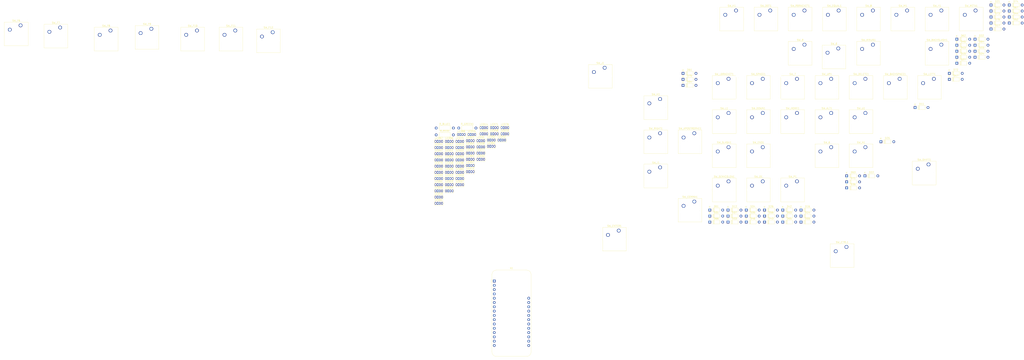
<source format=kicad_pcb>
(kicad_pcb (version 20211014) (generator pcbnew)

  (general
    (thickness 1.6)
  )

  (paper "A4")
  (layers
    (0 "F.Cu" signal)
    (31 "B.Cu" signal)
    (32 "B.Adhes" user "B.Adhesive")
    (33 "F.Adhes" user "F.Adhesive")
    (34 "B.Paste" user)
    (35 "F.Paste" user)
    (36 "B.SilkS" user "B.Silkscreen")
    (37 "F.SilkS" user "F.Silkscreen")
    (38 "B.Mask" user)
    (39 "F.Mask" user)
    (40 "Dwgs.User" user "User.Drawings")
    (41 "Cmts.User" user "User.Comments")
    (42 "Eco1.User" user "User.Eco1")
    (43 "Eco2.User" user "User.Eco2")
    (44 "Edge.Cuts" user)
    (45 "Margin" user)
    (46 "B.CrtYd" user "B.Courtyard")
    (47 "F.CrtYd" user "F.Courtyard")
    (48 "B.Fab" user)
    (49 "F.Fab" user)
    (50 "User.1" user)
    (51 "User.2" user)
    (52 "User.3" user)
    (53 "User.4" user)
    (54 "User.5" user)
    (55 "User.6" user)
    (56 "User.7" user)
    (57 "User.8" user)
    (58 "User.9" user)
  )

  (setup
    (pad_to_mask_clearance 0)
    (pcbplotparams
      (layerselection 0x00010fc_ffffffff)
      (disableapertmacros false)
      (usegerberextensions false)
      (usegerberattributes true)
      (usegerberadvancedattributes true)
      (creategerberjobfile true)
      (svguseinch false)
      (svgprecision 6)
      (excludeedgelayer true)
      (plotframeref false)
      (viasonmask false)
      (mode 1)
      (useauxorigin false)
      (hpglpennumber 1)
      (hpglpenspeed 20)
      (hpglpendiameter 15.000000)
      (dxfpolygonmode true)
      (dxfimperialunits true)
      (dxfusepcbnewfont true)
      (psnegative false)
      (psa4output false)
      (plotreference true)
      (plotvalue true)
      (plotinvisibletext false)
      (sketchpadsonfab false)
      (subtractmaskfromsilk false)
      (outputformat 1)
      (mirror false)
      (drillshape 1)
      (scaleselection 1)
      (outputdirectory "")
    )
  )

  (net 0 "")
  (net 1 "unconnected-(A1-Pad1)")
  (net 2 "/Full Keyboard/LED_A")
  (net 3 "unconnected-(A1-Pad3)")
  (net 4 "unconnected-(A1-Pad4)")
  (net 5 "/Full Keyboard/COL1")
  (net 6 "/Full Keyboard/COL2")
  (net 7 "/Full Keyboard/COL3")
  (net 8 "/Full Keyboard/COL4")
  (net 9 "/Full Keyboard/COL5")
  (net 10 "/Full Keyboard/COL6")
  (net 11 "/Full Keyboard/ROW4")
  (net 12 "/Full Keyboard/ROW5")
  (net 13 "/Full Keyboard/COL7")
  (net 14 "unconnected-(A1-Pad14)")
  (net 15 "unconnected-(A1-Pad15)")
  (net 16 "/Full Keyboard/LED_B")
  (net 17 "/Full Keyboard/ROW6")
  (net 18 "/Full Keyboard/ROW7")
  (net 19 "/Full Keyboard/ROW1")
  (net 20 "/Full Keyboard/ROW2")
  (net 21 "/Full Keyboard/ROW3")
  (net 22 "unconnected-(A1-Pad22)")
  (net 23 "/Full Keyboard/LED_R")
  (net 24 "/Full Keyboard/LED_G")
  (net 25 "unconnected-(A1-Pad25)")
  (net 26 "unconnected-(A1-Pad26)")
  (net 27 "unconnected-(A1-Pad27)")
  (net 28 "unconnected-(A1-Pad28)")
  (net 29 "Net-(SW_F6-Pad2)")
  (net 30 "Net-(SW_F7-Pad2)")
  (net 31 "Net-(SW_F8-Pad2)")
  (net 32 "Net-(SW_F9-Pad2)")
  (net 33 "Net-(SW_F10-Pad2)")
  (net 34 "Net-(D16-Pad2)")
  (net 35 "Net-(D17-Pad2)")
  (net 36 "Net-(SW_6-Pad2)")
  (net 37 "Net-(SW_7-Pad2)")
  (net 38 "Net-(SW_8-Pad2)")
  (net 39 "Net-(SW_9-Pad2)")
  (net 40 "Net-(SW_0-Pad2)")
  (net 41 "Net-(D26-Pad2)")
  (net 42 "Net-(D27-Pad2)")
  (net 43 "Net-(SW_Y1-Pad2)")
  (net 44 "Net-(SW_U1-Pad2)")
  (net 45 "Net-(SW_I1-Pad2)")
  (net 46 "Net-(SW_O1-Pad2)")
  (net 47 "Net-(SW_P1-Pad2)")
  (net 48 "Net-(D36-Pad2)")
  (net 49 "Net-(D37-Pad2)")
  (net 50 "Net-(SW_H1-Pad2)")
  (net 51 "Net-(SW_J1-Pad2)")
  (net 52 "Net-(SW_K1-Pad2)")
  (net 53 "Net-(SW_L1-Pad2)")
  (net 54 "Net-(SW_SEMICOLON1-Pad2)")
  (net 55 "Net-(D46-Pad2)")
  (net 56 "Net-(D47-Pad2)")
  (net 57 "Net-(SW_N1-Pad2)")
  (net 58 "Net-(SW_M1-Pad2)")
  (net 59 "Net-(SW_COMMA1-Pad2)")
  (net 60 "Net-(SW_DOT1-Pad2)")
  (net 61 "Net-(SW_SLASH1-Pad2)")
  (net 62 "Net-(D56-Pad2)")
  (net 63 "Net-(SW_DELETE1-Pad2)")
  (net 64 "Net-(SW_SPACE1-Pad2)")
  (net 65 "Net-(SW_META1-Pad2)")
  (net 66 "Net-(SW_HOME1-Pad2)")
  (net 67 "Net-(SW_UP1-Pad2)")
  (net 68 "Net-(D66-Pad2)")
  (net 69 "Net-(D67-Pad2)")
  (net 70 "Net-(SW_BACKSPACE1-Pad2)")
  (net 71 "Net-(SW_ENTER1-Pad2)")
  (net 72 "Net-(SW_ALT1-Pad2)")
  (net 73 "Net-(SW_LEFT1-Pad2)")
  (net 74 "Net-(SW_DOWN1-Pad2)")
  (net 75 "Net-(D76-Pad2)")
  (net 76 "Net-(LED11-Pad1)")
  (net 77 "/Full Keyboard/LEDs/LED_A")
  (net 78 "Net-(LED67-Pad3)")
  (net 79 "Net-(LED65-Pad4)")
  (net 80 "/Full Keyboard/LEDs/LED_B")
  (net 81 "/Full Keyboard/LEDs/LED_G")
  (net 82 "/Full Keyboard/LEDs/LED_R")

  (footprint "Custom:LED_2.5x5.0mm_4CA_RGB" (layer "F.Cu") (at 311.706 109.909))

  (footprint "Custom:LED_2.5x5.0mm_4CA_RGB" (layer "F.Cu") (at 299.306 106.639))

  (footprint "Custom:LED_2.5x5.0mm_4CA_RGB" (layer "F.Cu") (at 312.616 95.269))

  (footprint "Diode_THT:D_DO-35_SOD27_P7.62mm_Horizontal" (layer "F.Cu") (at 506.949 147.005))

  (footprint "Button_Switch_Keyboard:SW_Cherry_MX_1.00u_PCB" (layer "F.Cu") (at 443.964 134.9))

  (footprint "Diode_THT:D_DO-35_SOD27_P7.62mm_Horizontal" (layer "F.Cu") (at 594.499 59.105))

  (footprint "Button_Switch_Keyboard:SW_Cherry_MX_2.00u_Vertical_PCB" (layer "F.Cu") (at 582.228 112.955))

  (footprint "Button_Switch_Keyboard:SW_Cherry_MX_1.00u_PCB" (layer "F.Cu") (at 46.228 30.734))

  (footprint "Custom:LED_2.5x5.0mm_4CA_RGB" (layer "F.Cu") (at 325.926 91.219))

  (footprint "Custom:LED_2.5x5.0mm_4CA_RGB" (layer "F.Cu") (at 311.706 117.229))

  (footprint "Custom:LED_2.5x5.0mm_4CA_RGB" (layer "F.Cu") (at 299.306 110.299))

  (footprint "Diode_THT:D_DO-35_SOD27_P7.62mm_Horizontal" (layer "F.Cu") (at 609.689 38.905))

  (footprint "Custom:LED_2.5x5.0mm_4CA_RGB" (layer "F.Cu") (at 330.306 98.539))

  (footprint "Button_Switch_Keyboard:SW_Cherry_MX_1.00u_PCB" (layer "F.Cu") (at 508.984 42.15))

  (footprint "Button_Switch_Keyboard:SW_Cherry_MX_2.00u_Vertical_PCB" (layer "F.Cu") (at 399.348 152.071))

  (footprint "Custom:LED_2.5x5.0mm_4CA_RGB" (layer "F.Cu") (at 311.706 98.929))

  (footprint "Button_Switch_Keyboard:SW_Cherry_MX_1.00u_PCB" (layer "F.Cu") (at 528.954 44.375))

  (footprint "Button_Switch_Keyboard:SW_Cherry_MX_2.75u_PCB" (layer "F.Cu") (at 484.364 62.35))

  (footprint "Custom:LED_2.5x5.0mm_4CA_RGB" (layer "F.Cu") (at 317.906 98.929))

  (footprint "Button_Switch_Keyboard:SW_Cherry_MX_1.00u_PCB" (layer "F.Cu") (at 99.314 33.782))

  (footprint "Custom:LED_2.5x5.0mm_4CA_RGB" (layer "F.Cu") (at 305.506 121.279))

  (footprint "Diode_THT:D_DO-35_SOD27_P7.62mm_Horizontal" (layer "F.Cu") (at 598.919 53.105))

  (footprint "Custom:LED_2.5x5.0mm_4CA_RGB" (layer "F.Cu") (at 293.106 113.959))

  (footprint "Diode_THT:D_DO-35_SOD27_P7.62mm_Horizontal" (layer "F.Cu") (at 453.099 143.455))

  (footprint "Custom:LED_2.5x5.0mm_4CA_RGB" (layer "F.Cu") (at 306.416 95.269))

  (footprint "Diode_THT:D_DO-35_SOD27_P7.62mm_Horizontal" (layer "F.Cu") (at 485.409 147.005))

  (footprint "Diode_THT:D_DO-35_SOD27_P7.62mm_Horizontal" (layer "F.Cu") (at 598.919 38.905))

  (footprint "Custom:LED_2.5x5.0mm_4CA_RGB" (layer "F.Cu") (at 311.706 102.589))

  (footprint "Diode_THT:D_DO-35_SOD27_P7.62mm_Horizontal" (layer "F.Cu") (at 506.949 143.455))

  (footprint "Button_Switch_Keyboard:SW_Cherry_MX_1.00u_PCB" (layer "F.Cu") (at 423.764 94.5))

  (footprint "Custom:LED_2.5x5.0mm_4CA_RGB" (layer "F.Cu") (at 293.106 124.939))

  (footprint "Custom:LED_2.5x5.0mm_4CA_RGB" (layer "F.Cu") (at 293.106 121.279))

  (footprint "Custom:LED_2.5x5.0mm_4CA_RGB" (layer "F.Cu") (at 293.106 128.599))

  (footprint "Custom:LED_2.5x5.0mm_4CA_RGB" (layer "F.Cu") (at 293.106 110.299))

  (footprint "Diode_THT:D_DO-35_SOD27_P7.62mm_Horizontal" (layer "F.Cu") (at 463.869 139.905))

  (footprint "Resistor_THT:R_Axial_DIN0207_L6.3mm_D2.5mm_P10.16mm_Horizontal" (layer "F.Cu") (at 304.891 91.414))

  (footprint "Button_Switch_Keyboard:SW_Cherry_MX_1.00u_PCB" (layer "F.Cu") (at 504.564 62.35))

  (footprint "Diode_THT:D_DO-35_SOD27_P7.62mm_Horizontal" (layer "F.Cu") (at 463.869 143.455))

  (footprint "Button_Switch_Keyboard:SW_Cherry_MX_1.00u_PCB" (layer "F.Cu") (at 544.964 82.55))

  (footprint "Custom:LED_2.5x5.0mm_4CA_RGB" (layer "F.Cu") (at 293.106 132.259))

  (footprint "Custom:LED_2.5x5.0mm_4CA_RGB" (layer "F.Cu") (at 299.306 102.979))

  (footprint "Custom:LED_2.5x5.0mm_4CA_RGB" (layer "F.Cu") (at 319.726 91.219))

  (footprint "Diode_THT:D_DO-35_SOD27_P7.62mm_Horizontal" (layer "F.Cu") (at 609.689 49.555))

  (footprint "Button_Switch_Keyboard:SW_Cherry_MX_1.00u_PCB" (layer "F.Cu") (at 464.164 122.95))

  (footprint "Diode_THT:D_DO-35_SOD27_P7.62mm_Horizontal" (layer "F.Cu") (at 453.099 139.905))

  (footprint "Button_Switch_Keyboard:SW_Cherry_MX_1.00u_PCB" (layer "F.Cu") (at 443.964 94.5))

  (footprint "Button_Switch_Keyboard:SW_Cherry_MX_1.00u_PCB" (layer "F.Cu") (at 484.364 102.75))

  (footprint "Diode_THT:D_DO-35_SOD27_P7.62mm_Horizontal" (layer "F.Cu") (at 506.949 139.905))

  (footprint "Button_Switch_Keyboard:SW_Cherry_MX_1.00u_PCB" (layer "F.Cu") (at 172.974 33.782))

  (footprint "Custom:LED_2.5x5.0mm_4CA_RGB" (layer "F.Cu") (at 317.906 102.589))

  (footprint "Button_Switch_Keyboard:SW_Cherry_MX_1.00u_PCB" (layer "F.Cu") (at 468.584 21.95))

  (footprint "Button_Switch_Keyboard:SW_Cherry_MX_2.00u_Vertical_PCB" (layer "F.Cu") (at 533.78 161.723))

  (footprint "Diode_THT:D_DO-35_SOD27_P7.62mm_Horizontal" (layer "F.Cu") (at 619.119 25.805))

  (footprint "Custom:LED_2.5x5.0mm_4CA_RGB" (layer "F.Cu") (at 311.706 106.249))

  (footprint "Button_Switch_Keyboard:SW_Cherry_MX_1.00u_PCB" (layer "F.Cu") (at 529.184 21.95))

  (footprint "Resistor_THT:R_Axial_DIN0207_L6.3mm_D2.5mm_P10.16mm_Horizontal" (layer "F.Cu") (at 291.581 95.464))

  (footprint "Button_Switch_Keyboard:SW_Cherry_MX_1.00u_PCB" (layer "F.Cu")
    (tedit 5A02FE24) (tstamp 68c45fe4-a21e-4d9b-bcf3-f16907240837)
    (at 195.072 34.798)
    (descr "Cherry MX keyswitch, 1.00u, PCB mount, http://cherryamericas.com/wp-content/uploads/2014/12/mx_cat.pdf")
    (tags "Cherry MX keyswitch 1.00u PCB")
    (property "Sheetfile" "full_keyboard/full_keyboard.kicad_sch")
    (property "Sheetname" "Full Keyboard")
    (path "/23ca3470-a8ca-4975-a9e6-54ca1882faee/bdcacee0-c13b-46f7-b650-135f15b3d46d")
    (attr through_hole)
    (fp_text reference "SW_F12" (at -2.54 -2.794) (layer "F.SilkS")
      (effects (font (size 1 1) (thickness 0.15)))
      (tstamp da2d1032-62b5-4630-9cbb-4203538dd139)
    )
    (fp_text value "MX_1u" (at -2.54 12.954) (layer "F.Fab")
      (effects (font (size 1 1) (thickness 0.15)))
      (tstamp 7780c226-c50e-4e81-af87-a260bf5f6846)
    )
    (fp_text user "${REFERENCE}" (at -2.54 -2.794) (layer "F.Fab")
      (effects (font (size 1 1) (thickness 0.15)))
      (tstamp fe6b3514-5d51-489c-8e8b-0d57f66404f0)
    )
    (fp_line (start 4.445 12.065) (end -9.525 12.065) (layer "F.SilkS") (width 0.12) (tstamp 3b86b337-6130-4e09-a66b-29171c2982cd))
    (fp_line (start -9.525 12.065) (end -9.525 -1.905) (layer "F.SilkS") (width 0.12) (tstamp 6acbec21-b876-4775-bfca-9eb2d520adec))
    (fp_line (start -9.525 -1.905) (end 4.445 -1.90
... [343636 chars truncated]
</source>
